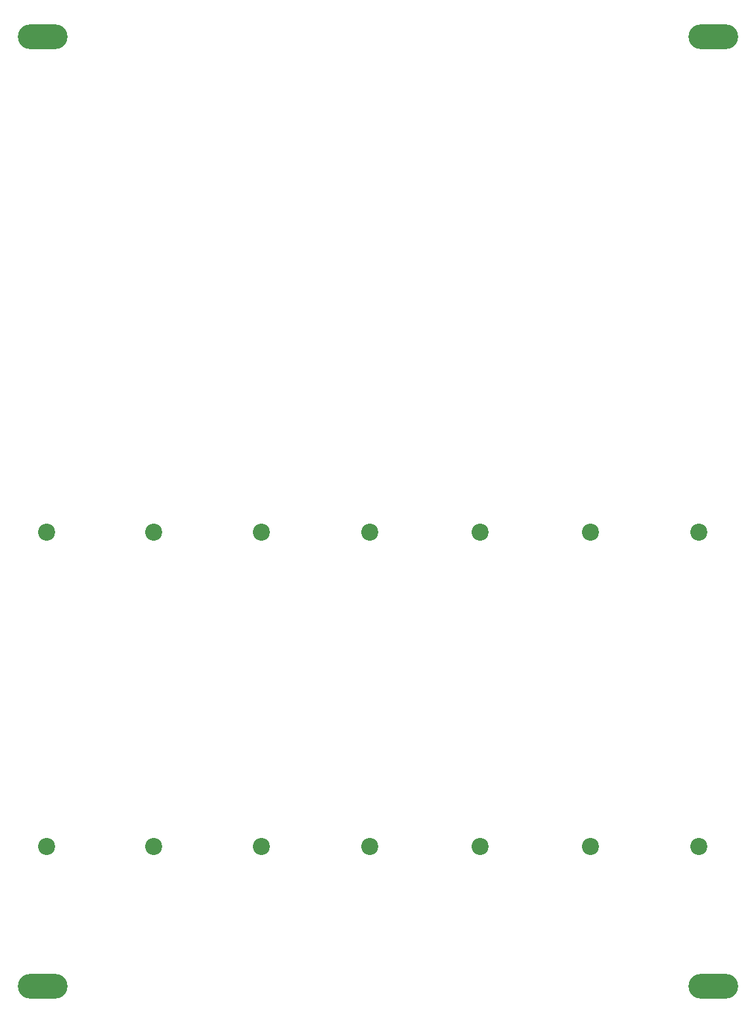
<source format=gbr>
%TF.GenerationSoftware,KiCad,Pcbnew,(6.0.0-0)*%
%TF.CreationDate,2022-12-13T15:44:45-05:00*%
%TF.ProjectId,mixer,6d697865-722e-46b6-9963-61645f706362,rev?*%
%TF.SameCoordinates,Original*%
%TF.FileFunction,Soldermask,Top*%
%TF.FilePolarity,Negative*%
%FSLAX46Y46*%
G04 Gerber Fmt 4.6, Leading zero omitted, Abs format (unit mm)*
G04 Created by KiCad (PCBNEW (6.0.0-0)) date 2022-12-13 15:44:45*
%MOMM*%
%LPD*%
G01*
G04 APERTURE LIST*
%ADD10C,2.200000*%
%ADD11O,6.400000X3.200000*%
G04 APERTURE END LIST*
D10*
%TO.C,REF\u002A\u002A*%
X249991000Y-130445000D03*
X249991000Y-89863000D03*
%TD*%
D11*
%TO.C,H1*%
X251902000Y-25941000D03*
%TD*%
D10*
%TO.C,REF\u002A\u002A*%
X236021000Y-130445000D03*
X236021000Y-89863000D03*
%TD*%
%TO.C,REF\u002A\u002A*%
X179746000Y-130445000D03*
X179746000Y-89863000D03*
%TD*%
%TO.C,REF\u002A\u002A*%
X207573000Y-130445000D03*
X207573000Y-89863000D03*
%TD*%
%TO.C,REF\u002A\u002A*%
X221832000Y-89863000D03*
X221832000Y-130445000D03*
%TD*%
%TO.C,REF\u002A\u002A*%
X193607000Y-130445000D03*
X193607000Y-89863000D03*
%TD*%
D11*
%TO.C,H1*%
X251902000Y-148467000D03*
%TD*%
%TO.C,H1*%
X165466000Y-148467000D03*
%TD*%
%TO.C,H1*%
X165466000Y-25967000D03*
%TD*%
D10*
%TO.C,REF\u002A\u002A*%
X165921000Y-130445000D03*
X165921000Y-89863000D03*
%TD*%
M02*

</source>
